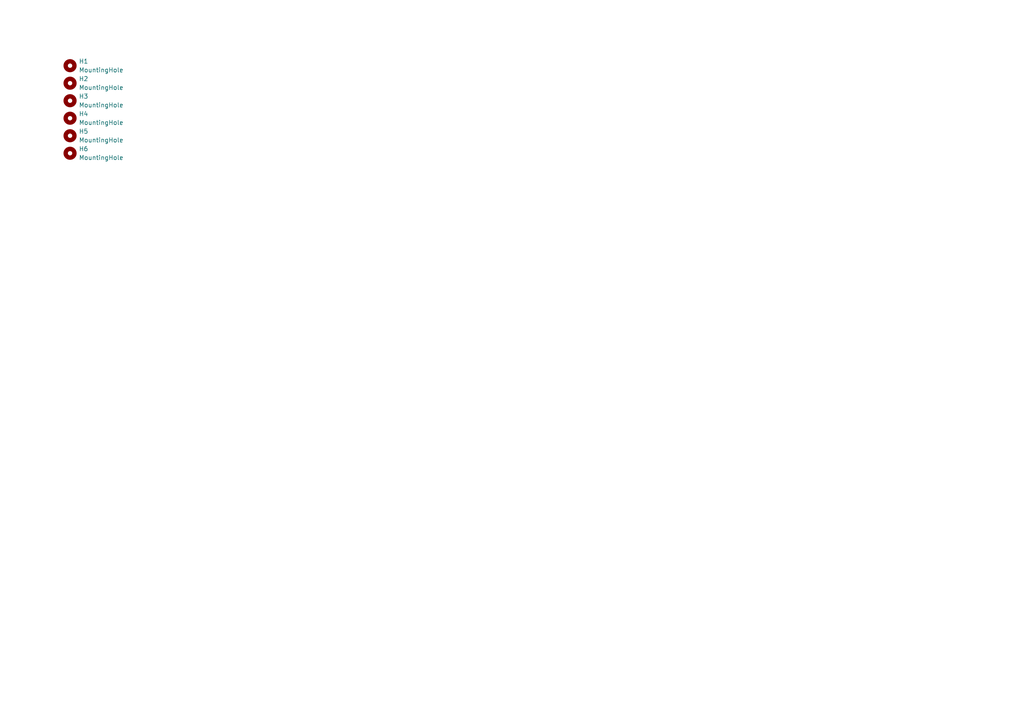
<source format=kicad_sch>
(kicad_sch (version 20231120) (generator "eeschema") (generator_version "8.0")
  (paper "A4")
  (lib_symbols
    (symbol "Mechanical:MountingHole" (pin_names (offset 1.016)) (exclude_from_sim yes) (in_bom no)
      (property "Reference" "H" (at 0 5.08 0))
      (property "Value" "MountingHole" (at 0 3.175 0))
      (symbol "MountingHole_0_1"
        (circle (center 0 0) (radius 1.27) (stroke (width 1.27)))
      )
    )
  )
  (symbol (lib_id "Mechanical:MountingHole") (at 20.32 34.29 0) (unit 1) (exclude_from_sim yes) (in_bom no)
    (property "Reference" "H4" (at 22.86 33.0199 0) (effects (justify left)))
    (property "Value" "MountingHole" (at 22.86 35.5599 0) (effects (justify left)))
    (property "Footprint" "MountingHole:MountingHole_2.2mm_M2" (effects (hide yes)))
    (property "Description" "Mounting Hole without connection" (effects (hide yes)))
  )
  (symbol (lib_id "Mechanical:MountingHole") (at 20.32 19.05 0) (unit 1) (exclude_from_sim yes) (in_bom no)
    (property "Reference" "H1" (at 22.86 17.7799 0) (effects (justify left)))
    (property "Value" "MountingHole" (at 22.86 20.3199 0) (effects (justify left)))
    (property "Footprint" "MountingHole:MountingHole_2.2mm_M2" (effects (hide yes)))
    (property "Description" "Mounting Hole without connection" (effects (hide yes)))
  )
  (symbol (lib_id "Mechanical:MountingHole") (at 20.32 44.45 0) (unit 1) (exclude_from_sim yes) (in_bom no)
    (property "Reference" "H6" (at 22.86 43.1799 0) (effects (justify left)))
    (property "Value" "MountingHole" (at 22.86 45.7199 0) (effects (justify left)))
    (property "Footprint" "MountingHole:MountingHole_2.2mm_M2" (effects (hide yes)))
    (property "Description" "Mounting Hole without connection" (effects (hide yes)))
  )
  (symbol (lib_id "Mechanical:MountingHole") (at 20.32 24.13 0) (unit 1) (exclude_from_sim yes) (in_bom no)
    (property "Reference" "H2" (at 22.86 22.8599 0) (effects (justify left)))
    (property "Value" "MountingHole" (at 22.86 25.3999 0) (effects (justify left)))
    (property "Footprint" "MountingHole:MountingHole_2.2mm_M2" (effects (hide yes)))
    (property "Description" "Mounting Hole without connection" (effects (hide yes)))
  )
  (symbol (lib_id "Mechanical:MountingHole") (at 20.32 39.37 0) (unit 1) (exclude_from_sim yes) (in_bom no)
    (property "Reference" "H5" (at 22.86 38.0999 0) (effects (justify left)))
    (property "Value" "MountingHole" (at 22.86 40.6399 0) (effects (justify left)))
    (property "Footprint" "MountingHole:MountingHole_2.2mm_M2" (effects (hide yes)))
    (property "Description" "Mounting Hole without connection" (effects (hide yes)))
  )
  (symbol (lib_id "Mechanical:MountingHole") (at 20.32 29.21 0) (unit 1) (exclude_from_sim yes) (in_bom no)
    (property "Reference" "H3" (at 22.86 27.9399 0) (effects (justify left)))
    (property "Value" "MountingHole" (at 22.86 30.4799 0) (effects (justify left)))
    (property "Footprint" "MountingHole:MountingHole_2.2mm_M2" (effects (hide yes)))
    (property "Description" "Mounting Hole without connection" (effects (hide yes)))
  )
)
</source>
